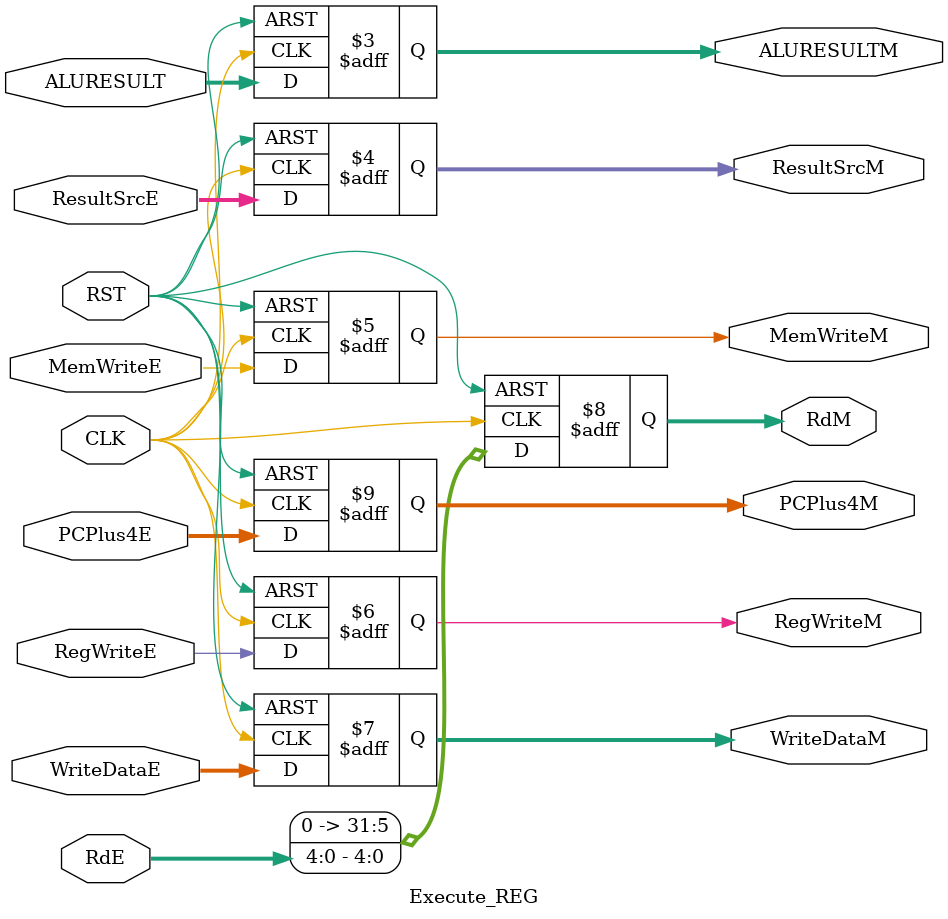
<source format=v>
module Execute_REG #(parameter WIDTH = 32)(
input CLK,
input RST,
input [WIDTH-1:0] ALURESULT,
input [1:0] ResultSrcE,
input MemWriteE,
input RegWriteE,
input [WIDTH-1:0] WriteDataE,
input [4:0] RdE,
input [WIDTH-1:0] PCPlus4E,
output reg [WIDTH-1:0] ALURESULTM,
output reg [1:0] ResultSrcM,
output reg MemWriteM,
output reg RegWriteM,
output reg [WIDTH-1:0] WriteDataM,
output reg [WIDTH-1:0] RdM,
output reg [WIDTH-1:0] PCPlus4M);


always @(posedge CLK or negedge RST)
 begin
	if(!RST)
	 begin
		ALURESULTM <='b0;
		ResultSrcM <='b0;
 		MemWriteM <='b0;
 		RegWriteM <='b0;
 		WriteDataM <='b0;
 		RdM <='b0;
		PCPlus4M <='b0;
	 end
	else
	 begin
		ALURESULTM <= ALURESULT;
		ResultSrcM <= ResultSrcE;
 		MemWriteM <= MemWriteE;
 		RegWriteM <= RegWriteE;
 		WriteDataM <= WriteDataE;
 		RdM <= RdE;
		PCPlus4M <= PCPlus4E;
	 end
 end
endmodule

</source>
